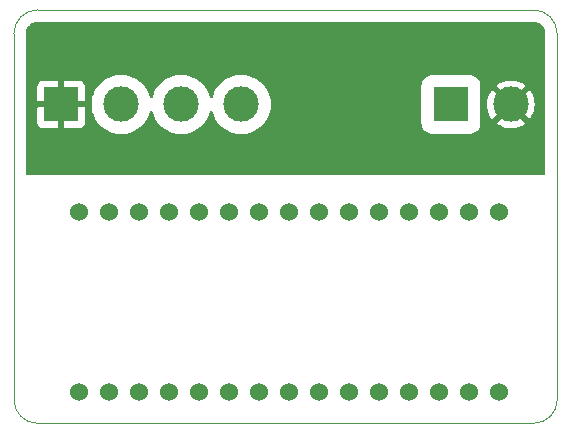
<source format=gbl>
G04 #@! TF.GenerationSoftware,KiCad,Pcbnew,(6.0.0)*
G04 #@! TF.CreationDate,2022-01-15T23:36:52+01:00*
G04 #@! TF.ProjectId,apa102nano,61706131-3032-46e6-916e-6f2e6b696361,rev?*
G04 #@! TF.SameCoordinates,Original*
G04 #@! TF.FileFunction,Copper,L2,Bot*
G04 #@! TF.FilePolarity,Positive*
%FSLAX46Y46*%
G04 Gerber Fmt 4.6, Leading zero omitted, Abs format (unit mm)*
G04 Created by KiCad (PCBNEW (6.0.0)) date 2022-01-15 23:36:52*
%MOMM*%
%LPD*%
G01*
G04 APERTURE LIST*
G04 #@! TA.AperFunction,Profile*
%ADD10C,0.050000*%
G04 #@! TD*
G04 #@! TA.AperFunction,ComponentPad*
%ADD11C,3.000000*%
G04 #@! TD*
G04 #@! TA.AperFunction,ComponentPad*
%ADD12R,3.000000X3.000000*%
G04 #@! TD*
G04 #@! TA.AperFunction,ComponentPad*
%ADD13C,1.524000*%
G04 #@! TD*
G04 APERTURE END LIST*
D10*
X103000000Y-46000000D02*
X61000000Y-46000000D01*
X105000000Y-48000000D02*
G75*
G03*
X103000000Y-46000000I-2000000J0D01*
G01*
X103000000Y-81000000D02*
G75*
G03*
X105000000Y-79000000I0J2000000D01*
G01*
X59000000Y-79000000D02*
G75*
G03*
X61000000Y-81000000I2000000J0D01*
G01*
X61000000Y-46000000D02*
G75*
G03*
X59000000Y-48000000I0J-2000000D01*
G01*
X105000000Y-79000000D02*
X105000000Y-48000000D01*
X61000000Y-81000000D02*
X103000000Y-81000000D01*
X59000000Y-48000000D02*
X59000000Y-79000000D01*
D11*
X78240000Y-54000000D03*
D12*
X63000000Y-54000000D03*
D11*
X73160000Y-54000000D03*
X68080000Y-54000000D03*
X101080000Y-54000000D03*
D12*
X96000000Y-54000000D03*
D13*
X64490000Y-78350000D03*
X67030000Y-78350000D03*
X69570000Y-78350000D03*
X72110000Y-78350000D03*
X74650000Y-78350000D03*
X77190000Y-78350000D03*
X79730000Y-78350000D03*
X82270000Y-78350000D03*
X84810000Y-78350000D03*
X87350000Y-78350000D03*
X89890000Y-78350000D03*
X92430000Y-78350000D03*
X94970000Y-78350000D03*
X97510000Y-78350000D03*
X100050000Y-78350000D03*
X64490000Y-63110000D03*
X67030000Y-63110000D03*
X69570000Y-63110000D03*
X72110000Y-63110000D03*
X74650000Y-63110000D03*
X77190000Y-63110000D03*
X79730000Y-63110000D03*
X82270000Y-63110000D03*
X84810000Y-63110000D03*
X87350000Y-63110000D03*
X89890000Y-63110000D03*
X92430000Y-63110000D03*
X94970000Y-63110000D03*
X97510000Y-63110000D03*
X100050000Y-63110000D03*
G04 #@! TA.AperFunction,Conductor*
G36*
X102950701Y-47000785D02*
G01*
X102985971Y-47004741D01*
X103010015Y-47002722D01*
X103031537Y-47002759D01*
X103162671Y-47014232D01*
X103184294Y-47018044D01*
X103297557Y-47048393D01*
X103331373Y-47057454D01*
X103352012Y-47064966D01*
X103490010Y-47129316D01*
X103509030Y-47140298D01*
X103633761Y-47227635D01*
X103650586Y-47241753D01*
X103758247Y-47349414D01*
X103772365Y-47366239D01*
X103859702Y-47490970D01*
X103870684Y-47509990D01*
X103935034Y-47647988D01*
X103942546Y-47668627D01*
X103981955Y-47815702D01*
X103985769Y-47837332D01*
X103996137Y-47955843D01*
X103995919Y-47973678D01*
X103996032Y-47973680D01*
X103995946Y-47979844D01*
X103995259Y-47985969D01*
X103995775Y-47992113D01*
X103999558Y-48037165D01*
X104000000Y-48047708D01*
X104000000Y-59874000D01*
X103979998Y-59942121D01*
X103926342Y-59988614D01*
X103874000Y-60000000D01*
X60126000Y-60000000D01*
X60057879Y-59979998D01*
X60011386Y-59926342D01*
X60000000Y-59874000D01*
X60000000Y-55544669D01*
X60992001Y-55544669D01*
X60992371Y-55551490D01*
X60997895Y-55602352D01*
X61001521Y-55617604D01*
X61046676Y-55738054D01*
X61055214Y-55753649D01*
X61131715Y-55855724D01*
X61144276Y-55868285D01*
X61246351Y-55944786D01*
X61261946Y-55953324D01*
X61382394Y-55998478D01*
X61397649Y-56002105D01*
X61448514Y-56007631D01*
X61455328Y-56008000D01*
X62727885Y-56008000D01*
X62743124Y-56003525D01*
X62744329Y-56002135D01*
X62746000Y-55994452D01*
X62746000Y-55989884D01*
X63254000Y-55989884D01*
X63258475Y-56005123D01*
X63259865Y-56006328D01*
X63267548Y-56007999D01*
X64544669Y-56007999D01*
X64551490Y-56007629D01*
X64602352Y-56002105D01*
X64617604Y-55998479D01*
X64738054Y-55953324D01*
X64753649Y-55944786D01*
X64855724Y-55868285D01*
X64868285Y-55855724D01*
X64944786Y-55753649D01*
X64953324Y-55738054D01*
X64998478Y-55617606D01*
X65002105Y-55602351D01*
X65007631Y-55551486D01*
X65008000Y-55544672D01*
X65008000Y-54272115D01*
X65003525Y-54256876D01*
X65002135Y-54255671D01*
X64994452Y-54254000D01*
X63272115Y-54254000D01*
X63256876Y-54258475D01*
X63255671Y-54259865D01*
X63254000Y-54267548D01*
X63254000Y-55989884D01*
X62746000Y-55989884D01*
X62746000Y-54272115D01*
X62741525Y-54256876D01*
X62740135Y-54255671D01*
X62732452Y-54254000D01*
X61010116Y-54254000D01*
X60994877Y-54258475D01*
X60993672Y-54259865D01*
X60992001Y-54267548D01*
X60992001Y-55544669D01*
X60000000Y-55544669D01*
X60000000Y-54000000D01*
X65574556Y-54000000D01*
X65594312Y-54314015D01*
X65653269Y-54623079D01*
X65750497Y-54922315D01*
X65752184Y-54925901D01*
X65752186Y-54925905D01*
X65882775Y-55203421D01*
X65882779Y-55203428D01*
X65884463Y-55207007D01*
X66053053Y-55472663D01*
X66253610Y-55715094D01*
X66482970Y-55930478D01*
X66486172Y-55932805D01*
X66486174Y-55932806D01*
X66734307Y-56113085D01*
X66734312Y-56113088D01*
X66737516Y-56115416D01*
X67013234Y-56266994D01*
X67172637Y-56330106D01*
X67302092Y-56381361D01*
X67302095Y-56381362D01*
X67305775Y-56382819D01*
X67309609Y-56383803D01*
X67309617Y-56383806D01*
X67492582Y-56430783D01*
X67610527Y-56461066D01*
X67614455Y-56461562D01*
X67614459Y-56461563D01*
X67738375Y-56477217D01*
X67922682Y-56500500D01*
X68237318Y-56500500D01*
X68421625Y-56477217D01*
X68545541Y-56461563D01*
X68545545Y-56461562D01*
X68549473Y-56461066D01*
X68667418Y-56430783D01*
X68850383Y-56383806D01*
X68850391Y-56383803D01*
X68854225Y-56382819D01*
X68857905Y-56381362D01*
X68857908Y-56381361D01*
X68987363Y-56330106D01*
X69146766Y-56266994D01*
X69422484Y-56115416D01*
X69425688Y-56113088D01*
X69425693Y-56113085D01*
X69673826Y-55932806D01*
X69673828Y-55932805D01*
X69677030Y-55930478D01*
X69906390Y-55715094D01*
X70106947Y-55472663D01*
X70275537Y-55207007D01*
X70277221Y-55203428D01*
X70277225Y-55203421D01*
X70407814Y-54925905D01*
X70407816Y-54925901D01*
X70409503Y-54922315D01*
X70500167Y-54643281D01*
X70540241Y-54584675D01*
X70605637Y-54557038D01*
X70675594Y-54569145D01*
X70727900Y-54617151D01*
X70739833Y-54643281D01*
X70830497Y-54922315D01*
X70832184Y-54925901D01*
X70832186Y-54925905D01*
X70962775Y-55203421D01*
X70962779Y-55203428D01*
X70964463Y-55207007D01*
X71133053Y-55472663D01*
X71333610Y-55715094D01*
X71562970Y-55930478D01*
X71566172Y-55932805D01*
X71566174Y-55932806D01*
X71814307Y-56113085D01*
X71814312Y-56113088D01*
X71817516Y-56115416D01*
X72093234Y-56266994D01*
X72252637Y-56330106D01*
X72382092Y-56381361D01*
X72382095Y-56381362D01*
X72385775Y-56382819D01*
X72389609Y-56383803D01*
X72389617Y-56383806D01*
X72572582Y-56430783D01*
X72690527Y-56461066D01*
X72694455Y-56461562D01*
X72694459Y-56461563D01*
X72818375Y-56477217D01*
X73002682Y-56500500D01*
X73317318Y-56500500D01*
X73501625Y-56477217D01*
X73625541Y-56461563D01*
X73625545Y-56461562D01*
X73629473Y-56461066D01*
X73747418Y-56430783D01*
X73930383Y-56383806D01*
X73930391Y-56383803D01*
X73934225Y-56382819D01*
X73937905Y-56381362D01*
X73937908Y-56381361D01*
X74067363Y-56330106D01*
X74226766Y-56266994D01*
X74502484Y-56115416D01*
X74505688Y-56113088D01*
X74505693Y-56113085D01*
X74753826Y-55932806D01*
X74753828Y-55932805D01*
X74757030Y-55930478D01*
X74986390Y-55715094D01*
X75186947Y-55472663D01*
X75355537Y-55207007D01*
X75357221Y-55203428D01*
X75357225Y-55203421D01*
X75487814Y-54925905D01*
X75487816Y-54925901D01*
X75489503Y-54922315D01*
X75580167Y-54643281D01*
X75620241Y-54584675D01*
X75685637Y-54557038D01*
X75755594Y-54569145D01*
X75807900Y-54617151D01*
X75819833Y-54643281D01*
X75910497Y-54922315D01*
X75912184Y-54925901D01*
X75912186Y-54925905D01*
X76042775Y-55203421D01*
X76042779Y-55203428D01*
X76044463Y-55207007D01*
X76213053Y-55472663D01*
X76413610Y-55715094D01*
X76642970Y-55930478D01*
X76646172Y-55932805D01*
X76646174Y-55932806D01*
X76894307Y-56113085D01*
X76894312Y-56113088D01*
X76897516Y-56115416D01*
X77173234Y-56266994D01*
X77332637Y-56330106D01*
X77462092Y-56381361D01*
X77462095Y-56381362D01*
X77465775Y-56382819D01*
X77469609Y-56383803D01*
X77469617Y-56383806D01*
X77652582Y-56430783D01*
X77770527Y-56461066D01*
X77774455Y-56461562D01*
X77774459Y-56461563D01*
X77898375Y-56477217D01*
X78082682Y-56500500D01*
X78397318Y-56500500D01*
X78581625Y-56477217D01*
X78705541Y-56461563D01*
X78705545Y-56461562D01*
X78709473Y-56461066D01*
X78827418Y-56430783D01*
X79010383Y-56383806D01*
X79010391Y-56383803D01*
X79014225Y-56382819D01*
X79017905Y-56381362D01*
X79017908Y-56381361D01*
X79147363Y-56330106D01*
X79306766Y-56266994D01*
X79582484Y-56115416D01*
X79585688Y-56113088D01*
X79585693Y-56113085D01*
X79833826Y-55932806D01*
X79833828Y-55932805D01*
X79837030Y-55930478D01*
X80066390Y-55715094D01*
X80196502Y-55557816D01*
X93499500Y-55557816D01*
X93499749Y-55560603D01*
X93499749Y-55560609D01*
X93503475Y-55602351D01*
X93510234Y-55678087D01*
X93566259Y-55873470D01*
X93660427Y-56053596D01*
X93788891Y-56211109D01*
X93946404Y-56339573D01*
X94126530Y-56433741D01*
X94321913Y-56489766D01*
X94353545Y-56492589D01*
X94439391Y-56500251D01*
X94439397Y-56500251D01*
X94442184Y-56500500D01*
X97557816Y-56500500D01*
X97560603Y-56500251D01*
X97560609Y-56500251D01*
X97646455Y-56492589D01*
X97678087Y-56489766D01*
X97873470Y-56433741D01*
X98053596Y-56339573D01*
X98211109Y-56211109D01*
X98339573Y-56053596D01*
X98433741Y-55873470D01*
X98489766Y-55678087D01*
X98496525Y-55602351D01*
X98497658Y-55589654D01*
X99855618Y-55589654D01*
X99862673Y-55599627D01*
X99893679Y-55625551D01*
X99900598Y-55630579D01*
X100125272Y-55771515D01*
X100132807Y-55775556D01*
X100374520Y-55884694D01*
X100382551Y-55887680D01*
X100636832Y-55963002D01*
X100645184Y-55964869D01*
X100907340Y-56004984D01*
X100915874Y-56005700D01*
X101181045Y-56009867D01*
X101189596Y-56009418D01*
X101452883Y-55977557D01*
X101461284Y-55975955D01*
X101717824Y-55908653D01*
X101725926Y-55905926D01*
X101970949Y-55804434D01*
X101978617Y-55800628D01*
X102207598Y-55666822D01*
X102214679Y-55662009D01*
X102294655Y-55599301D01*
X102303125Y-55587442D01*
X102296608Y-55575818D01*
X101092812Y-54372022D01*
X101078868Y-54364408D01*
X101077035Y-54364539D01*
X101070420Y-54368790D01*
X99862910Y-55576300D01*
X99855618Y-55589654D01*
X98497658Y-55589654D01*
X98500251Y-55560609D01*
X98500251Y-55560603D01*
X98500500Y-55557816D01*
X98500500Y-53983204D01*
X99067665Y-53983204D01*
X99082932Y-54247969D01*
X99084005Y-54256470D01*
X99135065Y-54516722D01*
X99137276Y-54524974D01*
X99223184Y-54775894D01*
X99226499Y-54783779D01*
X99345664Y-55020713D01*
X99350020Y-55028079D01*
X99479347Y-55216250D01*
X99489601Y-55224594D01*
X99503342Y-55217448D01*
X100707978Y-54012812D01*
X100714356Y-54001132D01*
X101444408Y-54001132D01*
X101444539Y-54002965D01*
X101448790Y-54009580D01*
X102655730Y-55216520D01*
X102667939Y-55223187D01*
X102679439Y-55214497D01*
X102776831Y-55081913D01*
X102781418Y-55074685D01*
X102907962Y-54841621D01*
X102911530Y-54833827D01*
X103005271Y-54585750D01*
X103007748Y-54577544D01*
X103066954Y-54319038D01*
X103068294Y-54310577D01*
X103092031Y-54044616D01*
X103092277Y-54039677D01*
X103092666Y-54002485D01*
X103092523Y-53997519D01*
X103074362Y-53731123D01*
X103073201Y-53722649D01*
X103019419Y-53462944D01*
X103017120Y-53454709D01*
X102928588Y-53204705D01*
X102925191Y-53196854D01*
X102803550Y-52961178D01*
X102799122Y-52953866D01*
X102680031Y-52784417D01*
X102669509Y-52776037D01*
X102656121Y-52783089D01*
X101452022Y-53987188D01*
X101444408Y-54001132D01*
X100714356Y-54001132D01*
X100715592Y-53998868D01*
X100715461Y-53997035D01*
X100711210Y-53990420D01*
X99503814Y-52783024D01*
X99491804Y-52776466D01*
X99480064Y-52785434D01*
X99371935Y-52935911D01*
X99367418Y-52943196D01*
X99243325Y-53177567D01*
X99239839Y-53185395D01*
X99148700Y-53434446D01*
X99146311Y-53442670D01*
X99089812Y-53701795D01*
X99088563Y-53710250D01*
X99067754Y-53974653D01*
X99067665Y-53983204D01*
X98500500Y-53983204D01*
X98500500Y-52442184D01*
X98497851Y-52412500D01*
X99856584Y-52412500D01*
X99862980Y-52423770D01*
X101067188Y-53627978D01*
X101081132Y-53635592D01*
X101082965Y-53635461D01*
X101089580Y-53631210D01*
X102296604Y-52424186D01*
X102303795Y-52411017D01*
X102296473Y-52400780D01*
X102249233Y-52362115D01*
X102242261Y-52357160D01*
X102016122Y-52218582D01*
X102008552Y-52214624D01*
X101765704Y-52108022D01*
X101757644Y-52105120D01*
X101502592Y-52032467D01*
X101494214Y-52030685D01*
X101231656Y-51993318D01*
X101223111Y-51992691D01*
X100957908Y-51991302D01*
X100949374Y-51991839D01*
X100686433Y-52026456D01*
X100678035Y-52028149D01*
X100422238Y-52098127D01*
X100414143Y-52100946D01*
X100170199Y-52204997D01*
X100162577Y-52208881D01*
X99935013Y-52345075D01*
X99927981Y-52349962D01*
X99865053Y-52400377D01*
X99856584Y-52412500D01*
X98497851Y-52412500D01*
X98497719Y-52411017D01*
X98490299Y-52327886D01*
X98489766Y-52321913D01*
X98433741Y-52126530D01*
X98339573Y-51946404D01*
X98211109Y-51788891D01*
X98053596Y-51660427D01*
X97873470Y-51566259D01*
X97678087Y-51510234D01*
X97646455Y-51507411D01*
X97560609Y-51499749D01*
X97560603Y-51499749D01*
X97557816Y-51499500D01*
X94442184Y-51499500D01*
X94439397Y-51499749D01*
X94439391Y-51499749D01*
X94353545Y-51507411D01*
X94321913Y-51510234D01*
X94126530Y-51566259D01*
X93946404Y-51660427D01*
X93788891Y-51788891D01*
X93660427Y-51946404D01*
X93566259Y-52126530D01*
X93510234Y-52321913D01*
X93509701Y-52327886D01*
X93502282Y-52411017D01*
X93499500Y-52442184D01*
X93499500Y-55557816D01*
X80196502Y-55557816D01*
X80266947Y-55472663D01*
X80435537Y-55207007D01*
X80437221Y-55203428D01*
X80437225Y-55203421D01*
X80567814Y-54925905D01*
X80567816Y-54925901D01*
X80569503Y-54922315D01*
X80666731Y-54623079D01*
X80725688Y-54314015D01*
X80745444Y-54000000D01*
X80725688Y-53685985D01*
X80666731Y-53376921D01*
X80569503Y-53077685D01*
X80514679Y-52961178D01*
X80437225Y-52796579D01*
X80437221Y-52796572D01*
X80435537Y-52792993D01*
X80429211Y-52783024D01*
X80417345Y-52764327D01*
X80266947Y-52527337D01*
X80066390Y-52284906D01*
X79837030Y-52069522D01*
X79786028Y-52032467D01*
X79585693Y-51886915D01*
X79585688Y-51886912D01*
X79582484Y-51884584D01*
X79306766Y-51733006D01*
X79115986Y-51657471D01*
X79017908Y-51618639D01*
X79017905Y-51618638D01*
X79014225Y-51617181D01*
X79010391Y-51616197D01*
X79010383Y-51616194D01*
X78809042Y-51564499D01*
X78709473Y-51538934D01*
X78705545Y-51538438D01*
X78705541Y-51538437D01*
X78581625Y-51522783D01*
X78397318Y-51499500D01*
X78082682Y-51499500D01*
X77898375Y-51522783D01*
X77774459Y-51538437D01*
X77774455Y-51538438D01*
X77770527Y-51538934D01*
X77670958Y-51564499D01*
X77469617Y-51616194D01*
X77469609Y-51616197D01*
X77465775Y-51617181D01*
X77462095Y-51618638D01*
X77462092Y-51618639D01*
X77364014Y-51657471D01*
X77173234Y-51733006D01*
X76897516Y-51884584D01*
X76894312Y-51886912D01*
X76894307Y-51886915D01*
X76693972Y-52032467D01*
X76642970Y-52069522D01*
X76413610Y-52284906D01*
X76213053Y-52527337D01*
X76062655Y-52764327D01*
X76050790Y-52783024D01*
X76044463Y-52792993D01*
X76042779Y-52796572D01*
X76042775Y-52796579D01*
X75965321Y-52961178D01*
X75910497Y-53077685D01*
X75909271Y-53081457D01*
X75909271Y-53081458D01*
X75819833Y-53356719D01*
X75779759Y-53415325D01*
X75714363Y-53442962D01*
X75644406Y-53430855D01*
X75592100Y-53382849D01*
X75580167Y-53356719D01*
X75490729Y-53081458D01*
X75490729Y-53081457D01*
X75489503Y-53077685D01*
X75434679Y-52961178D01*
X75357225Y-52796579D01*
X75357221Y-52796572D01*
X75355537Y-52792993D01*
X75349211Y-52783024D01*
X75337345Y-52764327D01*
X75186947Y-52527337D01*
X74986390Y-52284906D01*
X74757030Y-52069522D01*
X74706028Y-52032467D01*
X74505693Y-51886915D01*
X74505688Y-51886912D01*
X74502484Y-51884584D01*
X74226766Y-51733006D01*
X74035986Y-51657471D01*
X73937908Y-51618639D01*
X73937905Y-51618638D01*
X73934225Y-51617181D01*
X73930391Y-51616197D01*
X73930383Y-51616194D01*
X73729042Y-51564499D01*
X73629473Y-51538934D01*
X73625545Y-51538438D01*
X73625541Y-51538437D01*
X73501625Y-51522783D01*
X73317318Y-51499500D01*
X73002682Y-51499500D01*
X72818375Y-51522783D01*
X72694459Y-51538437D01*
X72694455Y-51538438D01*
X72690527Y-51538934D01*
X72590958Y-51564499D01*
X72389617Y-51616194D01*
X72389609Y-51616197D01*
X72385775Y-51617181D01*
X72382095Y-51618638D01*
X72382092Y-51618639D01*
X72284014Y-51657471D01*
X72093234Y-51733006D01*
X71817516Y-51884584D01*
X71814312Y-51886912D01*
X71814307Y-51886915D01*
X71613972Y-52032467D01*
X71562970Y-52069522D01*
X71333610Y-52284906D01*
X71133053Y-52527337D01*
X70982655Y-52764327D01*
X70970790Y-52783024D01*
X70964463Y-52792993D01*
X70962779Y-52796572D01*
X70962775Y-52796579D01*
X70885321Y-52961178D01*
X70830497Y-53077685D01*
X70829271Y-53081457D01*
X70829271Y-53081458D01*
X70739833Y-53356719D01*
X70699759Y-53415325D01*
X70634363Y-53442962D01*
X70564406Y-53430855D01*
X70512100Y-53382849D01*
X70500167Y-53356719D01*
X70410729Y-53081458D01*
X70410729Y-53081457D01*
X70409503Y-53077685D01*
X70354679Y-52961178D01*
X70277225Y-52796579D01*
X70277221Y-52796572D01*
X70275537Y-52792993D01*
X70269211Y-52783024D01*
X70257345Y-52764327D01*
X70106947Y-52527337D01*
X69906390Y-52284906D01*
X69677030Y-52069522D01*
X69626028Y-52032467D01*
X69425693Y-51886915D01*
X69425688Y-51886912D01*
X69422484Y-51884584D01*
X69146766Y-51733006D01*
X68955986Y-51657471D01*
X68857908Y-51618639D01*
X68857905Y-51618638D01*
X68854225Y-51617181D01*
X68850391Y-51616197D01*
X68850383Y-51616194D01*
X68649042Y-51564499D01*
X68549473Y-51538934D01*
X68545545Y-51538438D01*
X68545541Y-51538437D01*
X68421625Y-51522783D01*
X68237318Y-51499500D01*
X67922682Y-51499500D01*
X67738375Y-51522783D01*
X67614459Y-51538437D01*
X67614455Y-51538438D01*
X67610527Y-51538934D01*
X67510958Y-51564499D01*
X67309617Y-51616194D01*
X67309609Y-51616197D01*
X67305775Y-51617181D01*
X67302095Y-51618638D01*
X67302092Y-51618639D01*
X67204014Y-51657471D01*
X67013234Y-51733006D01*
X66737516Y-51884584D01*
X66734312Y-51886912D01*
X66734307Y-51886915D01*
X66533972Y-52032467D01*
X66482970Y-52069522D01*
X66253610Y-52284906D01*
X66053053Y-52527337D01*
X65902655Y-52764327D01*
X65890790Y-52783024D01*
X65884463Y-52792993D01*
X65882779Y-52796572D01*
X65882775Y-52796579D01*
X65805321Y-52961178D01*
X65750497Y-53077685D01*
X65653269Y-53376921D01*
X65594312Y-53685985D01*
X65574556Y-54000000D01*
X60000000Y-54000000D01*
X60000000Y-53727885D01*
X60992000Y-53727885D01*
X60996475Y-53743124D01*
X60997865Y-53744329D01*
X61005548Y-53746000D01*
X62727885Y-53746000D01*
X62743124Y-53741525D01*
X62744329Y-53740135D01*
X62746000Y-53732452D01*
X62746000Y-53727885D01*
X63254000Y-53727885D01*
X63258475Y-53743124D01*
X63259865Y-53744329D01*
X63267548Y-53746000D01*
X64989884Y-53746000D01*
X65005123Y-53741525D01*
X65006328Y-53740135D01*
X65007999Y-53732452D01*
X65007999Y-52455331D01*
X65007629Y-52448510D01*
X65002105Y-52397648D01*
X64998479Y-52382396D01*
X64953324Y-52261946D01*
X64944786Y-52246351D01*
X64868285Y-52144276D01*
X64855724Y-52131715D01*
X64753649Y-52055214D01*
X64738054Y-52046676D01*
X64617606Y-52001522D01*
X64602351Y-51997895D01*
X64551486Y-51992369D01*
X64544672Y-51992000D01*
X63272115Y-51992000D01*
X63256876Y-51996475D01*
X63255671Y-51997865D01*
X63254000Y-52005548D01*
X63254000Y-53727885D01*
X62746000Y-53727885D01*
X62746000Y-52010116D01*
X62741525Y-51994877D01*
X62740135Y-51993672D01*
X62732452Y-51992001D01*
X61455331Y-51992001D01*
X61448510Y-51992371D01*
X61397648Y-51997895D01*
X61382396Y-52001521D01*
X61261946Y-52046676D01*
X61246351Y-52055214D01*
X61144276Y-52131715D01*
X61131715Y-52144276D01*
X61055214Y-52246351D01*
X61046676Y-52261946D01*
X61001522Y-52382394D01*
X60997895Y-52397649D01*
X60992369Y-52448514D01*
X60992000Y-52455328D01*
X60992000Y-53727885D01*
X60000000Y-53727885D01*
X60000000Y-48063343D01*
X60000785Y-48049298D01*
X60001556Y-48042429D01*
X60004741Y-48014029D01*
X60002722Y-47989985D01*
X60002759Y-47968462D01*
X60014231Y-47837332D01*
X60018045Y-47815702D01*
X60057454Y-47668627D01*
X60064966Y-47647988D01*
X60129316Y-47509990D01*
X60140298Y-47490970D01*
X60227635Y-47366239D01*
X60241753Y-47349414D01*
X60349414Y-47241753D01*
X60366239Y-47227635D01*
X60490970Y-47140298D01*
X60509990Y-47129316D01*
X60647988Y-47064966D01*
X60668627Y-47057454D01*
X60702443Y-47048393D01*
X60815706Y-47018044D01*
X60837329Y-47014232D01*
X60955843Y-47003863D01*
X60973678Y-47004081D01*
X60973680Y-47003968D01*
X60979844Y-47004054D01*
X60985969Y-47004741D01*
X61037166Y-47000442D01*
X61047708Y-47000000D01*
X102936657Y-47000000D01*
X102950701Y-47000785D01*
G37*
G04 #@! TD.AperFunction*
M02*

</source>
